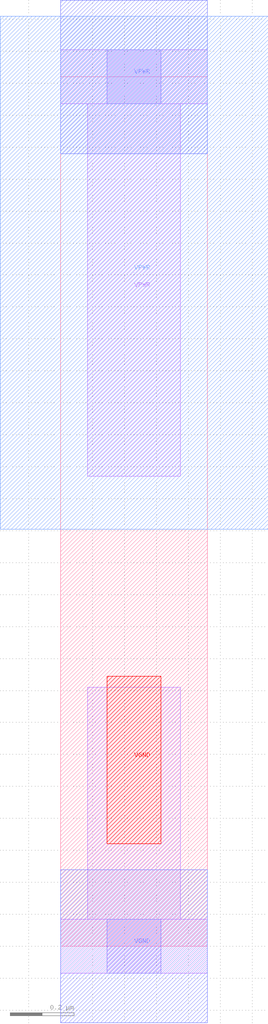
<source format=lef>
MACRO sky130_fd_sc_hd__tapvpwrvgnd_1
  CLASS BLOCK ;
  FOREIGN sky130_fd_sc_hd__tapvpwrvgnd_1 ;
  ORIGIN 0.000 0.000 ;
  SIZE 0.460 BY 2.720 ;
  PIN VPWR
    USE POWER ;
    PORT
      LAYER nwell ;
        RECT -0.190 1.305 0.650 2.910 ;
      LAYER li1 ;
        RECT 0.000 2.635 0.460 2.805 ;
        RECT 0.085 1.470 0.375 2.635 ;
      LAYER mcon ;
        RECT 0.145 2.635 0.315 2.805 ;
      LAYER met1 ;
        RECT 0.000 2.480 0.460 2.960 ;
    END
  END VPWR
  PIN VGND
    USE GROUND ;
    PORT
      LAYER pwell ;
        RECT 0.145 0.320 0.315 0.845 ;
      LAYER li1 ;
        RECT 0.085 0.085 0.375 0.810 ;
        RECT 0.000 -0.085 0.460 0.085 ;
      LAYER mcon ;
        RECT 0.145 -0.085 0.315 0.085 ;
      LAYER met1 ;
        RECT 0.000 -0.240 0.460 0.240 ;
    END
  END VGND
END sky130_fd_sc_hd__tapvpwrvgnd_1
END LIBRARY


</source>
